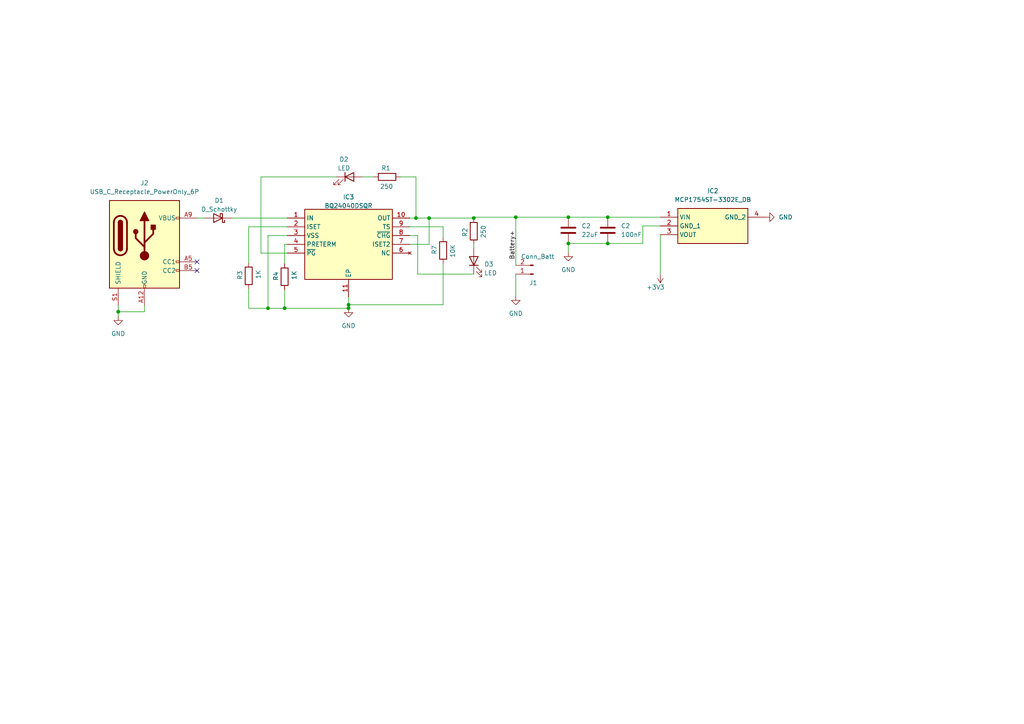
<source format=kicad_sch>
(kicad_sch (version 20230121) (generator eeschema)
  (paper "A4")
  (lib_symbols
    (symbol "Connector:Conn_01x02_Pin" (pin_names (offset 1.016) hide)
      (property "Reference" "J" (at 0 2.54 0))
      (property "Value" "Conn_01x02_Pin" (at 0 -5.08 0))
      (symbol "Conn_01x02_Pin_1_1"
        (polyline (pts (xy 1.27 -2.54) (xy 0.8636 -2.54)) (stroke (width 0.1524)))
        (polyline (pts (xy 1.27 0) (xy 0.8636 0)) (stroke (width 0.1524)))
        (rectangle (start 0.8636 -2.413) (end 0 -2.667) (stroke (width 0.1524)) (fill (type outline)))
        (rectangle (start 0.8636 0.127) (end 0 -0.127) (stroke (width 0.1524)) (fill (type outline)))
        (pin passive line (at 5.08 0 180) (length 3.81) (name "Pin_1") (number "1"))
        (pin passive line (at 5.08 -2.54 180) (length 3.81) (name "Pin_2") (number "2"))
      )
    )
    (symbol "Connector:USB_C_Receptacle_PowerOnly_6P" (pin_names (offset 1.016))
      (property "Reference" "J" (at 0 16.51 0))
      (property "Value" "USB_C_Receptacle_PowerOnly_6P" (at 0 13.97 0))
      (symbol "USB_C_Receptacle_PowerOnly_6P_0_0"
        (rectangle (start -0.254 -12.7) (end 0.254 -11.684))
        (rectangle (start 10.16 -7.366) (end 9.144 -7.874))
        (rectangle (start 10.16 -4.826) (end 9.144 -5.334))
        (rectangle (start 10.16 7.874) (end 9.144 7.366))
      )
      (symbol "USB_C_Receptacle_PowerOnly_6P_0_1"
        (rectangle (start -10.16 12.7) (end 10.16 -12.7) (stroke (width 0.254)) (fill (type background)))
        (arc (start -8.89 -1.27) (mid -6.985 -3.1667) (end -5.08 -1.27) (stroke (width 0.508)))
        (arc (start -7.62 -1.27) (mid -6.985 -1.9023) (end -6.35 -1.27) (stroke (width 0.254)))
        (arc (start -7.62 -1.27) (mid -6.985 -1.9023) (end -6.35 -1.27) (stroke (width 0.254)) (fill (type outline)))
        (rectangle (start -7.62 -1.27) (end -6.35 6.35) (stroke (width 0.254)) (fill (type outline)))
        (arc (start -6.35 6.35) (mid -6.985 6.9823) (end -7.62 6.35) (stroke (width 0.254)))
        (arc (start -6.35 6.35) (mid -6.985 6.9823) (end -7.62 6.35) (stroke (width 0.254)) (fill (type outline)))
        (arc (start -5.08 6.35) (mid -6.985 8.2467) (end -8.89 6.35) (stroke (width 0.508)))
        (circle (center -2.54 3.683) (radius 0.635) (stroke (width 0.254)) (fill (type outline)))
        (circle (center 0 -3.302) (radius 1.27) (fill (type outline)))
        (polyline (pts (xy -8.89 -1.27) (xy -8.89 6.35)) (stroke (width 0.508)))
        (polyline (pts (xy -5.08 6.35) (xy -5.08 -1.27)) (stroke (width 0.508)))
        (polyline (pts (xy 0 -3.302) (xy 0 6.858)) (stroke (width 0.508)))
        (polyline (pts (xy 0 -0.762) (xy -2.54 1.778) (xy -2.54 3.048)) (stroke (width 0.508)))
        (polyline (pts (xy 0 0.508) (xy 2.54 3.048) (xy 2.54 4.318)) (stroke (width 0.508)))
        (polyline (pts (xy -1.27 6.858) (xy 0 9.398) (xy 1.27 6.858) (xy -1.27 6.858)) (stroke (width 0.254)) (fill (type outline)))
        (rectangle (start 1.905 4.318) (end 3.175 5.588) (stroke (width 0.254)) (fill (type outline)))
      )
      (symbol "USB_C_Receptacle_PowerOnly_6P_1_1"
        (pin passive line (at 0 -17.78 90) (length 5.08) (name "GND") (number "A12"))
        (pin bidirectional line (at 15.24 -5.08 180) (length 5.08) (name "CC1") (number "A5"))
        (pin passive line (at 15.24 7.62 180) (length 5.08) (name "VBUS") (number "A9"))
        (pin passive line (at 0 -17.78 90) (length 5.08) hide (name "GND") (number "B12"))
        (pin bidirectional line (at 15.24 -7.62 180) (length 5.08) (name "CC2") (number "B5"))
        (pin passive line (at 15.24 7.62 180) (length 5.08) hide (name "VBUS") (number "B9"))
        (pin passive line (at -7.62 -17.78 90) (length 5.08) (name "SHIELD") (number "S1"))
      )
    )
    (symbol "Device:C" (pin_numbers hide) (pin_names (offset 0.254))
      (property "Reference" "C" (at 0.635 2.54 0))
      (property "Value" "C" (at 0.635 -2.54 0))
      (symbol "C_0_1"
        (polyline (pts (xy -2.032 -0.762) (xy 2.032 -0.762)) (stroke (width 0.508)))
        (polyline (pts (xy -2.032 0.762) (xy 2.032 0.762)) (stroke (width 0.508)))
      )
      (symbol "C_1_1"
        (pin passive line (at 0 3.81 270) (length 2.794) (name "~") (number "1"))
        (pin passive line (at 0 -3.81 90) (length 2.794) (name "~") (number "2"))
      )
    )
    (symbol "Device:D_Schottky" (pin_numbers hide) (pin_names (offset 1.016) hide)
      (property "Reference" "D" (at 0 2.54 0))
      (property "Value" "D_Schottky" (at 0 -2.54 0))
      (symbol "D_Schottky_0_1"
        (polyline (pts (xy 1.27 0) (xy -1.27 0)))
        (polyline (pts (xy 1.27 1.27) (xy 1.27 -1.27) (xy -1.27 0) (xy 1.27 1.27)) (stroke (width 0.254)))
        (polyline (pts (xy -1.905 0.635) (xy -1.905 1.27) (xy -1.27 1.27) (xy -1.27 -1.27) (xy -0.635 -1.27) (xy -0.635 -0.635)) (stroke (width 0.254)))
      )
      (symbol "D_Schottky_1_1"
        (pin passive line (at -3.81 0 0) (length 2.54) (name "K") (number "1"))
        (pin passive line (at 3.81 0 180) (length 2.54) (name "A") (number "2"))
      )
    )
    (symbol "Device:LED" (pin_numbers hide) (pin_names (offset 1.016) hide)
      (property "Reference" "D" (at 0 2.54 0))
      (property "Value" "LED" (at 0 -2.54 0))
      (symbol "LED_0_1"
        (polyline (pts (xy -1.27 -1.27) (xy -1.27 1.27)) (stroke (width 0.254)))
        (polyline (pts (xy -1.27 0) (xy 1.27 0)))
        (polyline (pts (xy 1.27 -1.27) (xy 1.27 1.27) (xy -1.27 0) (xy 1.27 -1.27)) (stroke (width 0.254)))
        (polyline (pts (xy -3.048 -0.762) (xy -4.572 -2.286) (xy -3.81 -2.286) (xy -4.572 -2.286) (xy -4.572 -1.524)))
        (polyline (pts (xy -1.778 -0.762) (xy -3.302 -2.286) (xy -2.54 -2.286) (xy -3.302 -2.286) (xy -3.302 -1.524)))
      )
      (symbol "LED_1_1"
        (pin passive line (at -3.81 0 0) (length 2.54) (name "K") (number "1"))
        (pin passive line (at 3.81 0 180) (length 2.54) (name "A") (number "2"))
      )
    )
    (symbol "Device:R" (pin_numbers hide) (pin_names (offset 0))
      (property "Reference" "R" (at 2.032 0 90))
      (property "Value" "R" (at 0 0 90))
      (symbol "R_0_1"
        (rectangle (start -1.016 -2.54) (end 1.016 2.54) (stroke (width 0.254)))
      )
      (symbol "R_1_1"
        (pin passive line (at 0 3.81 270) (length 1.27) (name "~") (number "1"))
        (pin passive line (at 0 -3.81 90) (length 1.27) (name "~") (number "2"))
      )
    )
    (symbol "SamacSys_Parts:BQ24040DSQR"
      (property "Reference" "IC" (at 31.75 7.62 0))
      (property "Value" "BQ24040DSQR" (at 31.75 5.08 0))
      (symbol "BQ24040DSQR_1_1"
        (rectangle (start 5.08 2.54) (end 30.48 -17.78) (stroke (width 0.254)) (fill (type background)))
        (pin passive line (at 0 0 0) (length 5.08) (name "IN") (number "1"))
        (pin passive line (at 35.56 0 180) (length 5.08) (name "OUT") (number "10"))
        (pin passive line (at 17.78 -22.86 90) (length 5.08) (name "EP") (number "11"))
        (pin passive line (at 0 -2.54 0) (length 5.08) (name "ISET") (number "2"))
        (pin passive line (at 0 -5.08 0) (length 5.08) (name "VSS") (number "3"))
        (pin passive line (at 0 -7.62 0) (length 5.08) (name "PRETERM") (number "4"))
        (pin passive line (at 0 -10.16 0) (length 5.08) (name "~{PG}") (number "5"))
        (pin no_connect line (at 35.56 -10.16 180) (length 5.08) (name "NC") (number "6"))
        (pin passive line (at 35.56 -7.62 180) (length 5.08) (name "ISET2") (number "7"))
        (pin passive line (at 35.56 -5.08 180) (length 5.08) (name "~{CHG}") (number "8"))
        (pin passive line (at 35.56 -2.54 180) (length 5.08) (name "TS") (number "9"))
      )
    )
    (symbol "SamacSys_Parts:MCP1754ST-3302E_DB"
      (property "Reference" "IC" (at 26.67 7.62 0))
      (property "Value" "MCP1754ST-3302E_DB" (at 26.67 5.08 0))
      (symbol "MCP1754ST-3302E_DB_1_1"
        (rectangle (start 5.08 2.54) (end 25.4 -7.62) (stroke (width 0.254)) (fill (type background)))
        (pin passive line (at 0 0 0) (length 5.08) (name "VIN") (number "1"))
        (pin passive line (at 0 -2.54 0) (length 5.08) (name "GND_1") (number "2"))
        (pin passive line (at 0 -5.08 0) (length 5.08) (name "VOUT") (number "3"))
        (pin passive line (at 30.48 0 180) (length 5.08) (name "GND_2") (number "4"))
      )
    )
    (symbol "power:+3V3" (power) (pin_names (offset 0))
      (property "Value" "+3V3" (at 0 3.556 0))
      (symbol "+3V3_0_1"
        (polyline (pts (xy -0.762 1.27) (xy 0 2.54)))
        (polyline (pts (xy 0 0) (xy 0 2.54)))
        (polyline (pts (xy 0 2.54) (xy 0.762 1.27)))
      )
      (symbol "+3V3_1_1"
        (pin power_in line (at 0 0 90) (length 0) hide (name "+3V3") (number "1"))
      )
    )
    (symbol "power:GND" (power) (pin_names (offset 0))
      (property "Value" "GND" (at 0 -3.81 0))
      (symbol "GND_0_1"
        (polyline (pts (xy 0 0) (xy 0 -1.27) (xy 1.27 -1.27) (xy 0 -2.54) (xy -1.27 -1.27) (xy 0 -1.27)))
      )
      (symbol "GND_1_1"
        (pin power_in line (at 0 0 270) (length 0) hide (name "GND") (number "1"))
      )
    )
  )
  (junction (at 164.846 70.612))
  (junction (at 101.092 88.392))
  (junction (at 101.092 89.408))
  (junction (at 176.276 70.612))
  (junction (at 164.846 62.992))
  (junction (at 149.606 62.992))
  (junction (at 77.724 89.408))
  (junction (at 82.55 89.408))
  (junction (at 176.276 62.992))
  (junction (at 34.29 90.424))
  (junction (at 124.46 63.246))
  (junction (at 137.414 63.246))
  (junction (at 120.65 63.246))
  (no_connect (at 57.15 75.946))
  (no_connect (at 57.15 78.486))
  (wire (pts (xy 97.536 51.308) (xy 75.692 51.308)))
  (wire (pts (xy 105.156 51.308) (xy 108.458 51.308)))
  (wire (pts (xy 118.872 63.246) (xy 120.65 63.246)))
  (wire (pts (xy 116.078 51.308) (xy 120.65 51.308)))
  (wire (pts (xy 41.91 90.424) (xy 34.29 90.424)))
  (wire (pts (xy 137.414 62.992) (xy 137.414 63.246)))
  (wire (pts (xy 82.55 70.866) (xy 82.55 76.454)))
  (wire (pts (xy 120.65 51.308) (xy 120.65 63.246)))
  (wire (pts (xy 118.872 70.866) (xy 124.46 70.866)))
  (wire (pts (xy 75.692 51.308) (xy 75.692 73.406)))
  (wire (pts (xy 176.276 70.612) (xy 164.846 70.612)))
  (wire (pts (xy 72.136 65.786) (xy 72.136 76.2)))
  (wire (pts (xy 164.846 73.152) (xy 164.846 70.612)))
  (wire (pts (xy 72.136 89.408) (xy 72.136 83.82)))
  (wire (pts (xy 120.65 63.246) (xy 124.46 63.246)))
  (wire (pts (xy 128.524 76.454) (xy 128.524 88.392)))
  (wire (pts (xy 149.606 62.992) (xy 164.846 62.992)))
  (wire (pts (xy 121.158 68.326) (xy 118.872 68.326)))
  (wire (pts (xy 137.414 79.502) (xy 121.158 79.502)))
  (wire (pts (xy 77.724 89.408) (xy 72.136 89.408)))
  (wire (pts (xy 77.724 89.408) (xy 82.55 89.408)))
  (wire (pts (xy 83.312 63.246) (xy 67.056 63.246)))
  (wire (pts (xy 164.846 62.992) (xy 176.276 62.992)))
  (wire (pts (xy 186.436 70.612) (xy 176.276 70.612)))
  (wire (pts (xy 137.414 70.866) (xy 137.414 71.882)))
  (wire (pts (xy 75.692 73.406) (xy 83.312 73.406)))
  (wire (pts (xy 176.276 62.992) (xy 191.516 62.992)))
  (wire (pts (xy 137.414 62.992) (xy 149.606 62.992)))
  (wire (pts (xy 118.872 65.786) (xy 128.524 65.786)))
  (wire (pts (xy 128.524 88.392) (xy 101.092 88.392)))
  (wire (pts (xy 124.46 70.866) (xy 124.46 63.246)))
  (wire (pts (xy 34.29 88.646) (xy 34.29 90.424)))
  (wire (pts (xy 186.436 65.532) (xy 186.436 70.612)))
  (wire (pts (xy 82.55 84.074) (xy 82.55 89.408)))
  (wire (pts (xy 128.524 65.786) (xy 128.524 68.834)))
  (wire (pts (xy 83.312 68.326) (xy 77.724 68.326)))
  (wire (pts (xy 41.91 88.646) (xy 41.91 90.424)))
  (wire (pts (xy 149.606 62.992) (xy 149.606 76.962)))
  (wire (pts (xy 82.55 89.408) (xy 101.092 89.408)))
  (wire (pts (xy 186.436 65.532) (xy 191.516 65.532)))
  (wire (pts (xy 149.606 79.502) (xy 149.606 85.852)))
  (wire (pts (xy 101.092 86.106) (xy 101.092 88.392)))
  (wire (pts (xy 57.15 63.246) (xy 59.436 63.246)))
  (wire (pts (xy 101.092 88.392) (xy 101.092 89.408)))
  (wire (pts (xy 83.312 65.786) (xy 72.136 65.786)))
  (wire (pts (xy 191.516 79.502) (xy 191.516 68.072)))
  (wire (pts (xy 34.29 90.424) (xy 34.29 91.694)))
  (wire (pts (xy 77.724 68.326) (xy 77.724 89.408)))
  (wire (pts (xy 121.158 79.502) (xy 121.158 68.326)))
  (wire (pts (xy 124.46 63.246) (xy 137.414 63.246)))
  (wire (pts (xy 83.312 70.866) (xy 82.55 70.866)))
  (label "Battery+" (at 149.606 66.802 270))
  (symbol (lib_id "power:GND") (at 221.996 62.992 90) (unit 1)
    (property "Reference" "#PWR010" (effects hide))
    (property "Value" "GND" (at 225.806 62.992 90) (effects (justify right)))
  )
  (symbol (lib_id "Device:R") (at 82.55 80.264 180) (unit 1)
    (property "Reference" "R4" (at 80.01 78.74 90) (effects (justify left)))
    (property "Value" "1K" (at 85.344 78.486 90) (effects (justify left)))
    (property "Footprint" "Resistor_SMD:R_0805_2012Metric_Pad1.20x1.40mm_HandSolder" (effects hide))
    (instances (project "Flashlight_main_board" (path "" (reference "R4") (unit 1)) (path "" (reference "R5") (unit 1))))
  )
  (symbol (lib_id "Connector:USB_C_Receptacle_PowerOnly_6P") (at 41.91 70.866 0) (unit 1)
    (property "Reference" "J2" (at 41.91 53.086 0))
    (property "Value" "USB_C_Receptacle_PowerOnly_6P" (at 41.91 55.626 0))
    (property "Datasheet" "https://www.usb.org/sites/default/files/documents/usb_type-c.zip" (effects hide))
  )
  (symbol (lib_id "power:GND") (at 101.092 89.408 0) (unit 1)
    (property "Reference" "#PWR04" (effects hide))
    (property "Value" "GND" (at 101.092 94.488 0))
  )
  (symbol (lib_id "SamacSys_Parts:MCP1754ST-3302E_DB") (at 191.516 62.992 0) (unit 1)
    (property "Reference" "IC2" (at 206.756 55.372 0))
    (property "Value" "MCP1754ST-3302E_DB" (at 206.756 57.912 0))
    (property "Footprint" "AYF530535" (effects hide))
    (property "Datasheet" "http://www.microchip.com/mymicrochip/filehandler.aspx?ddocname=en555395" (effects hide))
    (property "Height" "1.8" (effects hide))
    (property "Mouser Part Number" "579-MCP1754T-3302EDB" (effects hide))
    (property "Mouser Price/Stock" "https://www.mouser.co.uk/ProductDetail/Microchip-Technology/MCP1754ST-3302E-DB?qs=geWWqIMx8Ypn%2FSBmGzIfBw%3D%3D" (effects hide))
    (property "Manufacturer_Name" "Microchip" (effects hide))
    (property "Manufacturer_Part_Number" "MCP1754ST-3302E/DB" (effects hide))
  )
  (symbol (lib_id "Device:LED") (at 101.346 51.308 0) (unit 1)
    (property "Reference" "D2" (at 99.7585 46.228 0))
    (property "Value" "LED" (at 99.7585 48.768 0))
    (property "Footprint" "LED_SMD:LED_0805_2012Metric_Pad1.15x1.40mm_HandSolder" (effects hide))
  )
  (symbol (lib_id "Device:C") (at 164.846 66.802 0) (unit 1)
    (property "Reference" "C2" (at 168.656 65.532 0) (effects (justify left)))
    (property "Value" "22uF" (at 168.656 68.072 0) (effects (justify left)))
    (property "Footprint" "Capacitor_SMD:C_0805_2012Metric_Pad1.18x1.45mm_HandSolder" (effects hide))
    (instances (project "Flashlight_main_board" (path "" (reference "C2") (unit 1)) (path "" (reference "C4") (unit 1))))
  )
  (symbol (lib_id "Device:LED") (at 137.414 75.692 90) (unit 1)
    (property "Reference" "D3" (at 140.462 76.6445 90) (effects (justify right)))
    (property "Value" "LED" (at 140.462 79.1845 90) (effects (justify right)))
    (property "Footprint" "LED_SMD:LED_0805_2012Metric_Pad1.15x1.40mm_HandSolder" (effects hide))
  )
  (symbol (lib_id "power:+3V3") (at 191.516 79.502 180) (unit 1)
    (property "Reference" "#PWR09" (effects hide))
    (property "Value" "+3V3" (at 192.786 83.312 0) (effects (justify left)))
  )
  (symbol (lib_id "Device:D_Schottky") (at 63.246 63.246 180) (unit 1)
    (property "Reference" "D1" (at 63.5635 58.166 0))
    (property "Value" "D_Schottky" (at 63.5635 60.706 0))
  )
  (symbol (lib_id "Device:R") (at 72.136 80.01 180) (unit 1)
    (property "Reference" "R3" (at 69.596 78.486 90) (effects (justify left)))
    (property "Value" "1K" (at 74.93 78.232 90) (effects (justify left)))
    (property "Footprint" "Resistor_SMD:R_0805_2012Metric_Pad1.20x1.40mm_HandSolder" (effects hide))
    (instances (project "Flashlight_main_board" (path "" (reference "R3") (unit 1)) (path "" (reference "R5") (unit 1))))
  )
  (symbol (lib_id "Device:R") (at 112.268 51.308 90) (unit 1)
    (property "Reference" "R1" (at 113.284 48.768 90) (effects (justify left)))
    (property "Value" "250" (at 114.046 54.102 90) (effects (justify left)))
    (property "Footprint" "Resistor_SMD:R_0805_2012Metric_Pad1.20x1.40mm_HandSolder" (effects hide))
    (instances (project "Flashlight_main_board" (path "" (reference "R1") (unit 1)) (path "" (reference "R5") (unit 1))))
  )
  (symbol (lib_id "Device:R") (at 128.524 72.644 180) (unit 1)
    (property "Reference" "R7" (at 125.984 71.12 90) (effects (justify left)))
    (property "Value" "10K" (at 131.318 70.866 90) (effects (justify left)))
    (property "Footprint" "Resistor_SMD:R_0805_2012Metric_Pad1.20x1.40mm_HandSolder" (effects hide))
    (instances (project "Flashlight_main_board" (path "" (reference "R7") (unit 1)) (path "" (reference "R5") (unit 1))))
  )
  (symbol (lib_id "Device:C") (at 176.276 66.802 0) (unit 1)
    (property "Reference" "C2" (at 180.086 65.532 0) (effects (justify left)))
    (property "Value" "100nF" (at 180.086 68.072 0) (effects (justify left)))
    (property "Footprint" "Capacitor_SMD:C_0805_2012Metric_Pad1.18x1.45mm_HandSolder" (effects hide))
    (instances (project "Flashlight_main_board" (path "" (reference "C2") (unit 1)) (path "" (reference "C5") (unit 1))))
  )
  (symbol (lib_id "SamacSys_Parts:BQ24040DSQR") (at 83.312 63.246 0) (unit 1)
    (property "Reference" "IC3" (at 101.092 57.15 0))
    (property "Value" "BQ24040DSQR" (at 101.092 59.69 0))
    (property "Footprint" "SON40P200X200X80-11N" (effects hide))
    (property "Datasheet" "http://www.ti.com/lit/gpn/bq24040" (effects hide))
    (property "Height" "0.8" (effects hide))
    (property "Mouser Part Number" "595-BQ24040DSQR" (effects hide))
    (property "Mouser Price/Stock" "https://www.mouser.co.uk/ProductDetail/Texas-Instruments/BQ24040DSQR?qs=c7TMWs5treTJYvOlVMq%252B%2Fw%3D%3D" (effects hide))
    (property "Manufacturer_Name" "Texas Instruments" (effects hide))
    (property "Manufacturer_Part_Number" "BQ24040DSQR" (effects hide))
  )
  (symbol (lib_id "Device:R") (at 137.414 67.056 180) (unit 1)
    (property "Reference" "R2" (at 134.874 66.04 90) (effects (justify left)))
    (property "Value" "250" (at 140.208 65.278 90) (effects (justify left)))
    (property "Footprint" "Resistor_SMD:R_0805_2012Metric_Pad1.20x1.40mm_HandSolder" (effects hide))
    (instances (project "Flashlight_main_board" (path "" (reference "R2") (unit 1)) (path "" (reference "R5") (unit 1))))
  )
  (symbol (lib_id "Connector:Conn_01x02_Pin") (at 154.686 79.502 180) (unit 1)
    (property "Reference" "J1" (at 154.686 82.042 0))
    (property "Value" "Conn_Batt" (at 155.956 74.422 0))
  )
  (symbol (lib_id "power:GND") (at 149.606 85.852 0) (unit 1)
    (property "Reference" "#PWR08" (effects hide))
    (property "Value" "GND" (at 149.606 90.932 0))
  )
  (symbol (lib_id "power:GND") (at 164.846 73.152 0) (unit 1)
    (property "Reference" "#PWR07" (effects hide))
    (property "Value" "GND" (at 164.846 78.232 0))
  )
  (symbol (lib_id "power:GND") (at 34.29 91.694 0) (unit 1)
    (property "Reference" "#PWR03" (effects hide))
    (property "Value" "GND" (at 34.29 96.774 0))
  )
)
</source>
